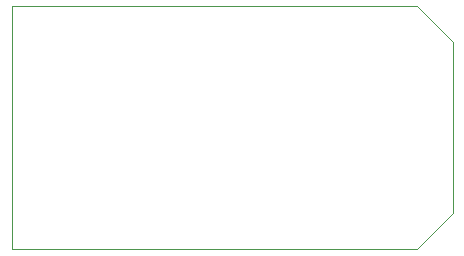
<source format=gbr>
%TF.GenerationSoftware,KiCad,Pcbnew,8.0.0*%
%TF.CreationDate,2024-03-09T01:11:29+09:00*%
%TF.ProjectId,Pmod_CAN,506d6f64-5f43-4414-9e2e-6b696361645f,rev?*%
%TF.SameCoordinates,Original*%
%TF.FileFunction,Profile,NP*%
%FSLAX46Y46*%
G04 Gerber Fmt 4.6, Leading zero omitted, Abs format (unit mm)*
G04 Created by KiCad (PCBNEW 8.0.0) date 2024-03-09 01:11:29*
%MOMM*%
%LPD*%
G01*
G04 APERTURE LIST*
%TA.AperFunction,Profile*%
%ADD10C,0.100000*%
%TD*%
G04 APERTURE END LIST*
D10*
X167386000Y-87884000D02*
X170434000Y-90932000D01*
X170434000Y-90932000D02*
X170434000Y-105410000D01*
X133096000Y-108458000D02*
X133096000Y-87884000D01*
X167386000Y-108458000D02*
X133096000Y-108458000D01*
X167386000Y-108458000D02*
X170434000Y-105410000D01*
X133096000Y-87884000D02*
X167386000Y-87884000D01*
M02*

</source>
